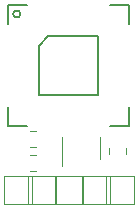
<source format=gbr>
G04 #@! TF.GenerationSoftware,KiCad,Pcbnew,5.0.2+dfsg1-1*
G04 #@! TF.CreationDate,2021-08-20T18:41:43-10:00*
G04 #@! TF.ProjectId,watchy-scd40,77617463-6879-42d7-9363-6434302e6b69,rev?*
G04 #@! TF.SameCoordinates,Original*
G04 #@! TF.FileFunction,Legend,Top*
G04 #@! TF.FilePolarity,Positive*
%FSLAX46Y46*%
G04 Gerber Fmt 4.6, Leading zero omitted, Abs format (unit mm)*
G04 Created by KiCad (PCBNEW 5.0.2+dfsg1-1) date Fri 20 Aug 2021 06:41:43 PM HST*
%MOMM*%
%LPD*%
G01*
G04 APERTURE LIST*
%ADD10C,0.127000*%
%ADD11C,0.120000*%
G04 APERTURE END LIST*
D10*
G04 #@! TO.C,U1*
X152300000Y-90600000D02*
X152300000Y-95600000D01*
X147300000Y-95600000D02*
X147300000Y-91400000D01*
X152300000Y-95600000D02*
X147300000Y-95600000D01*
X147300000Y-91400000D02*
X148100000Y-90600000D01*
X152300000Y-90600000D02*
X148100000Y-90600000D01*
X145725000Y-88725000D02*
G75*
G03X145725000Y-88725000I-300000J0D01*
G01*
X144700000Y-98200000D02*
X146300000Y-98200000D01*
X144700000Y-98200000D02*
X144700000Y-96600000D01*
X154900000Y-98200000D02*
X154900000Y-96600000D01*
X154900000Y-98200000D02*
X153300000Y-98200000D01*
X154900000Y-88000000D02*
X153300000Y-88000000D01*
X154900000Y-88000000D02*
X154900000Y-89600000D01*
X144700000Y-88000000D02*
X144700000Y-89600000D01*
X144700000Y-88000000D02*
X146300000Y-88000000D01*
D11*
G04 #@! TO.C,C3*
X147064252Y-98604000D02*
X146541748Y-98604000D01*
X147064252Y-100024000D02*
X146541748Y-100024000D01*
G04 #@! TO.C,C2*
X153214000Y-100059748D02*
X153214000Y-100582252D01*
X154634000Y-100059748D02*
X154634000Y-100582252D01*
G04 #@! TO.C,C1*
X147064252Y-100636000D02*
X146541748Y-100636000D01*
X147064252Y-102056000D02*
X146541748Y-102056000D01*
G04 #@! TO.C,U2*
X149266000Y-99176000D02*
X149266000Y-101626000D01*
X152486000Y-100976000D02*
X152486000Y-99176000D01*
G04 #@! TO.C,TP5*
X144342000Y-104832000D02*
X144342000Y-102432000D01*
X146742000Y-104832000D02*
X144342000Y-104832000D01*
X146742000Y-102432000D02*
X146742000Y-104832000D01*
X144342000Y-102432000D02*
X146742000Y-102432000D01*
G04 #@! TO.C,TP4*
X152978000Y-104832000D02*
X152978000Y-102432000D01*
X155378000Y-104832000D02*
X152978000Y-104832000D01*
X155378000Y-102432000D02*
X155378000Y-104832000D01*
X152978000Y-102432000D02*
X155378000Y-102432000D01*
G04 #@! TO.C,TP3*
X150946000Y-104832000D02*
X150946000Y-102432000D01*
X153346000Y-104832000D02*
X150946000Y-104832000D01*
X153346000Y-102432000D02*
X153346000Y-104832000D01*
X150946000Y-102432000D02*
X153346000Y-102432000D01*
G04 #@! TO.C,TP2*
X148660000Y-104832000D02*
X148660000Y-102432000D01*
X151060000Y-104832000D02*
X148660000Y-104832000D01*
X151060000Y-102432000D02*
X151060000Y-104832000D01*
X148660000Y-102432000D02*
X151060000Y-102432000D01*
G04 #@! TO.C,TP1*
X146374000Y-104832000D02*
X146374000Y-102432000D01*
X148774000Y-104832000D02*
X146374000Y-104832000D01*
X148774000Y-102432000D02*
X148774000Y-104832000D01*
X146374000Y-102432000D02*
X148774000Y-102432000D01*
G04 #@! TD*
M02*

</source>
